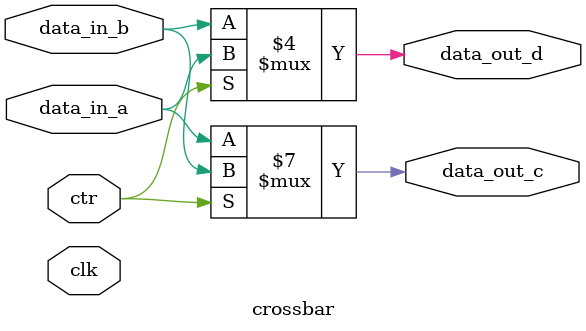
<source format=v>
`timescale 1ns / 1ps


module crossbar
    
    #(parameter data_width = 1)
    (
        input wire clk,
        input wire ctr,
        input wire [data_width - 1: 0] data_in_a,
        input wire [data_width - 1: 0] data_in_b,
        output reg [data_width - 1: 0] data_out_c,
        output reg [data_width - 1: 0] data_out_d
        
    );
    
    always @(*)
    begin
    
        if(ctr == 1'b0)
        begin
    
            data_out_c = data_in_a;
            data_out_d = data_in_b;
        end
        else
        begin
            data_out_c = data_in_b;
            data_out_d = data_in_a;

        end
    end
        
endmodule
</source>
